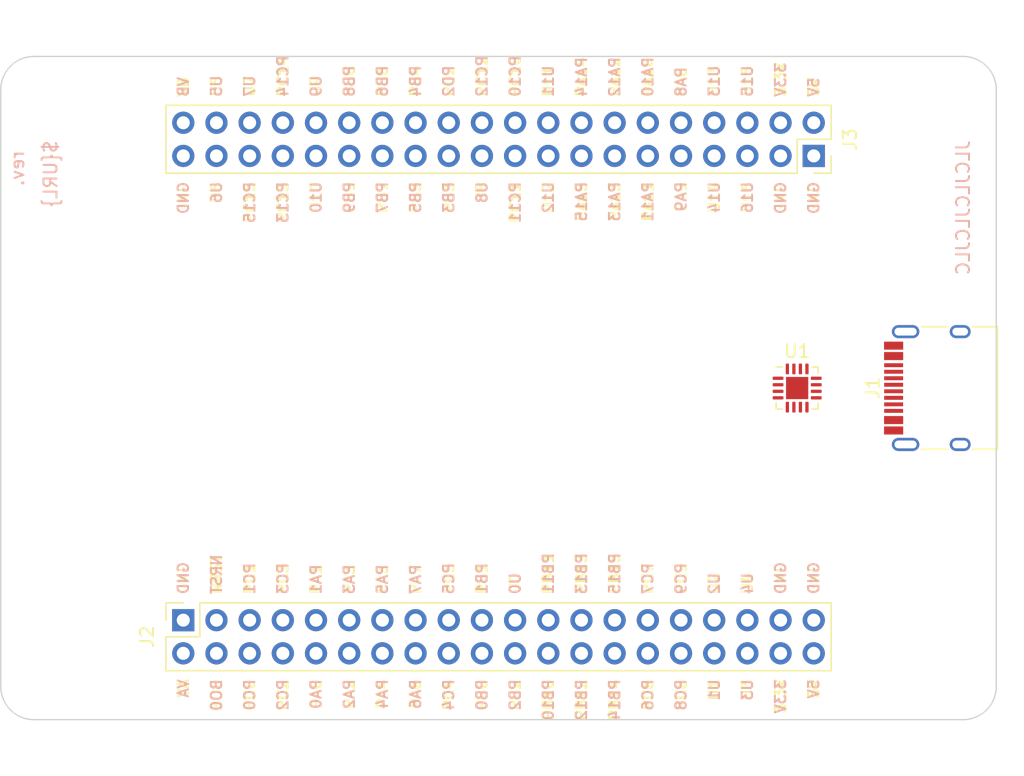
<source format=kicad_pcb>
(kicad_pcb (version 20211014) (generator pcbnew)
  (layers (0 "F.Cu" signal) (31 "B.Cu" signal) (34 "B.Paste" user) (35 "F.Paste" user) (36 "B.SilkS" user "B.Silkscreen") (37 "F.SilkS" user "F.Silkscreen") (38 "B.Mask" user) (39 "F.Mask" user) (44 "Edge.Cuts" user))
  (net 0 "")
  (net 10 "Net-(J1-PadA1)")
  (net 11 "Net-(J1-PadA4)")
  (footprint "stm32world:USB_C_Receptacle_HRO_TYPE-C-31-M-12" (layer "F.Cu") (at 183.515 96.52 90)
    (fp_text reference "J1" (at 0 -5.645 90) (layer "F.SilkS"))
    (fp_text value "USB_C_Receptacle_USB2.0")
    (fp_line (start 4.7 -1.9) (end 4.7 0.1) (layer "F.SilkS") (width 0.12))
    (fp_line (start -4.7 2) (end -4.7 3.9) (layer "F.SilkS") (width 0.12))
    (fp_line (start -4.7 3.9) (end 4.7 3.9) (layer "F.SilkS") (width 0.12))
    (fp_line (start 4.7 2) (end 4.7 3.9) (layer "F.SilkS") (width 0.12))
    (fp_line (start -4.7 -1.9) (end -4.7 0.1) (layer "F.SilkS") (width 0.12))
    (pad "" np_thru_hole circle locked (at -2.89 -2.6 90) (size 0.65 0.65) (drill 0.65) (layers *.Cu *.Mask))
    (pad "" np_thru_hole circle locked (at 2.89 -2.6 90) (size 0.65 0.65) (drill 0.65) (layers *.Cu *.Mask))
    (pad "A1" smd rect locked (at -3.25 -4.045 90) (size 0.6 1.45) (layers "F.Cu" "F.Paste" "F.Mask") (net 10 "Net-(J1-PadA1)"))
    (pad "A4" smd rect locked (at -2.45 -4.045 90) (size 0.6 1.45) (layers "F.Cu" "F.Paste" "F.Mask") (net 11 "Net-(J1-PadA4)"))
    (pad "A5" smd rect locked (at -1.25 -4.045 90) (size 0.3 1.45) (layers "F.Cu" "F.Paste" "F.Mask"))
    (pad "A6" smd rect locked (at -0.25 -4.045 90) (size 0.3 1.45) (layers "F.Cu" "F.Paste" "F.Mask"))
    (pad "A7" smd rect locked (at 0.25 -4.045 90) (size 0.3 1.45) (layers "F.Cu" "F.Paste" "F.Mask"))
    (pad "A8" smd rect locked (at 1.25 -4.045 90) (size 0.3 1.45) (layers "F.Cu" "F.Paste" "F.Mask"))
    (pad "A9" smd rect locked (at 2.45 -4.045 90) (size 0.6 1.45) (layers "F.Cu" "F.Paste" "F.Mask") (net 11 "Net-(J1-PadA4)"))
    (pad "A12" smd rect locked (at 3.25 -4.045 90) (size 0.6 1.45) (layers "F.Cu" "F.Paste" "F.Mask") (net 10 "Net-(J1-PadA1)"))
    (pad "B1" smd rect locked (at 3.25 -4.045 90) (size 0.6 1.45) (layers "F.Cu" "F.Paste" "F.Mask") (net 10 "Net-(J1-PadA1)"))
    (pad "B4" smd rect locked (at 2.45 -4.045 90) (size 0.6 1.45) (layers "F.Cu" "F.Paste" "F.Mask") (net 11 "Net-(J1-PadA4)"))
    (pad "B5" smd rect locked (at 1.75 -4.045 90) (size 0.3 1.45) (layers "F.Cu" "F.Paste" "F.Mask"))
    (pad "B6" smd rect locked (at 0.75 -4.045 90) (size 0.3 1.45) (layers "F.Cu" "F.Paste" "F.Mask"))
    (pad "B7" smd rect locked (at -0.75 -4.045 90) (size 0.3 1.45) (layers "F.Cu" "F.Paste" "F.Mask"))
    (pad "B8" smd rect locked (at -1.75 -4.045 90) (size 0.3 1.45) (layers "F.Cu" "F.Paste" "F.Mask"))
    (pad "B9" smd rect locked (at -2.45 -4.045 90) (size 0.6 1.45) (layers "F.Cu" "F.Paste" "F.Mask") (net 11 "Net-(J1-PadA4)"))
    (pad "B12" smd rect locked (at -3.25 -4.045 90) (size 0.6 1.45) (layers "F.Cu" "F.Paste" "F.Mask") (net 10 "Net-(J1-PadA1)"))
    (pad "S1" thru_hole oval locked (at 4.32 1.05 90) (size 1 1.6) (drill oval 0.6 1.2) (layers *.Cu *.Mask))
    (pad "S1" thru_hole oval locked (at -4.32 -3.13 90) (size 1 2.1) (drill oval 0.6 1.7) (layers *.Cu *.Mask))
    (pad "S1" thru_hole oval locked (at -4.32 1.05 90) (size 1 1.6) (drill oval 0.6 1.2) (layers *.Cu *.Mask))
    (pad "S1" thru_hole oval locked (at 4.32 -3.13 90) (size 1 2.1) (drill oval 0.6 1.7) (layers *.Cu *.Mask))
  )
  (footprint "stm32world:PinSocket_2x20_P2.54mm_Vertical_Stackable" (layer "F.Cu") (at 125.095 114.3 90)
    (fp_text reference "J2" (at -1.27 -2.77 90) (layer "F.SilkS"))
    (fp_text value "STM32WORLD_CONNECTOR_1")
    (fp_line (start -1.27 -1.33) (end -1.27 1.27) (layer "F.SilkS") (width 0.12))
    (fp_line (start -3.87 -1.33) (end -1.27 -1.33) (layer "F.SilkS") (width 0.12))
    (fp_line (start -3.87 49.59) (end 1.33 49.59) (layer "F.SilkS") (width 0.12))
    (fp_line (start -1.27 1.27) (end 1.33 1.27) (layer "F.SilkS") (width 0.12))
    (fp_line (start 1.33 1.27) (end 1.33 49.59) (layer "F.SilkS") (width 0.12))
    (fp_line (start -3.87 -1.33) (end -3.87 49.59) (layer "F.SilkS") (width 0.12))
    (fp_line (start 1.33 -1.33) (end 1.33 0) (layer "F.SilkS") (width 0.12))
    (fp_line (start 0 -1.33) (end 1.33 -1.33) (layer "F.SilkS") (width 0.12))
    (pad "1" thru_hole rect (at 0 0 90) (size 1.7 1.7) (drill 1) (layers *.Cu *.Mask))
    (pad "2" thru_hole oval (at -2.54 0 90) (size 1.7 1.7) (drill 1) (layers *.Cu *.Mask))
    (pad "3" thru_hole oval (at 0 2.54 90) (size 1.7 1.7) (drill 1) (layers *.Cu *.Mask))
    (pad "4" thru_hole oval (at -2.54 2.54 90) (size 1.7 1.7) (drill 1) (layers *.Cu *.Mask))
    (pad "5" thru_hole oval (at 0 5.08 90) (size 1.7 1.7) (drill 1) (layers *.Cu *.Mask))
    (pad "6" thru_hole oval (at -2.54 5.08 90) (size 1.7 1.7) (drill 1) (layers *.Cu *.Mask))
    (pad "7" thru_hole oval (at 0 7.62 90) (size 1.7 1.7) (drill 1) (layers *.Cu *.Mask))
    (pad "8" thru_hole oval (at -2.54 7.62 90) (size 1.7 1.7) (drill 1) (layers *.Cu *.Mask))
    (pad "9" thru_hole oval (at 0 10.16 90) (size 1.7 1.7) (drill 1) (layers *.Cu *.Mask))
    (pad "10" thru_hole oval (at -2.54 10.16 90) (size 1.7 1.7) (drill 1) (layers *.Cu *.Mask))
    (pad "11" thru_hole oval (at 0 12.7 90) (size 1.7 1.7) (drill 1) (layers *.Cu *.Mask))
    (pad "12" thru_hole oval (at -2.54 12.7 90) (size 1.7 1.7) (drill 1) (layers *.Cu *.Mask))
    (pad "13" thru_hole oval (at 0 15.24 90) (size 1.7 1.7) (drill 1) (layers *.Cu *.Mask))
    (pad "14" thru_hole oval (at -2.54 15.24 90) (size 1.7 1.7) (drill 1) (layers *.Cu *.Mask))
    (pad "15" thru_hole oval (at 0 17.78 90) (size 1.7 1.7) (drill 1) (layers *.Cu *.Mask))
    (pad "16" thru_hole oval (at -2.54 17.78 90) (size 1.7 1.7) (drill 1) (layers *.Cu *.Mask))
    (pad "17" thru_hole oval (at 0 20.32 90) (size 1.7 1.7) (drill 1) (layers *.Cu *.Mask))
    (pad "18" thru_hole oval (at -2.54 20.32 90) (size 1.7 1.7) (drill 1) (layers *.Cu *.Mask))
    (pad "19" thru_hole oval (at 0 22.86 90) (size 1.7 1.7) (drill 1) (layers *.Cu *.Mask))
    (pad "20" thru_hole oval (at -2.54 22.86 90) (size 1.7 1.7) (drill 1) (layers *.Cu *.Mask))
    (pad "21" thru_hole oval (at 0 25.4 90) (size 1.7 1.7) (drill 1) (layers *.Cu *.Mask))
    (pad "22" thru_hole oval (at -2.54 25.4 90) (size 1.7 1.7) (drill 1) (layers *.Cu *.Mask))
    (pad "23" thru_hole oval (at 0 27.94 90) (size 1.7 1.7) (drill 1) (layers *.Cu *.Mask))
    (pad "24" thru_hole oval (at -2.54 27.94 90) (size 1.7 1.7) (drill 1) (layers *.Cu *.Mask))
    (pad "25" thru_hole oval (at 0 30.48 90) (size 1.7 1.7) (drill 1) (layers *.Cu *.Mask))
    (pad "26" thru_hole oval (at -2.54 30.48 90) (size 1.7 1.7) (drill 1) (layers *.Cu *.Mask))
    (pad "27" thru_hole oval (at 0 33.02 90) (size 1.7 1.7) (drill 1) (layers *.Cu *.Mask))
    (pad "28" thru_hole oval (at -2.54 33.02 90) (size 1.7 1.7) (drill 1) (layers *.Cu *.Mask))
    (pad "29" thru_hole oval (at 0 35.56 90) (size 1.7 1.7) (drill 1) (layers *.Cu *.Mask))
    (pad "30" thru_hole oval (at -2.54 35.56 90) (size 1.7 1.7) (drill 1) (layers *.Cu *.Mask))
    (pad "31" thru_hole oval (at 0 38.1 90) (size 1.7 1.7) (drill 1) (layers *.Cu *.Mask))
    (pad "32" thru_hole oval (at -2.54 38.1 90) (size 1.7 1.7) (drill 1) (layers *.Cu *.Mask))
    (pad "33" thru_hole oval (at 0 40.64 90) (size 1.7 1.7) (drill 1) (layers *.Cu *.Mask))
    (pad "34" thru_hole oval (at -2.54 40.64 90) (size 1.7 1.7) (drill 1) (layers *.Cu *.Mask))
    (pad "35" thru_hole oval (at 0 43.18 90) (size 1.7 1.7) (drill 1) (layers *.Cu *.Mask))
    (pad "36" thru_hole oval (at -2.54 43.18 90) (size 1.7 1.7) (drill 1) (layers *.Cu *.Mask))
    (pad "37" thru_hole oval (at 0 45.72 90) (size 1.7 1.7) (drill 1) (layers *.Cu *.Mask))
    (pad "38" thru_hole oval (at -2.54 45.72 90) (size 1.7 1.7) (drill 1) (layers *.Cu *.Mask))
    (pad "39" thru_hole oval (at 0 48.26 90) (size 1.7 1.7) (drill 1) (layers *.Cu *.Mask))
    (pad "40" thru_hole oval (at -2.54 48.26 90) (size 1.7 1.7) (drill 1) (layers *.Cu *.Mask))
  )
  (footprint "stm32world:PinSocket_2x20_P2.54mm_Vertical_Stackable" (layer "F.Cu") (at 173.355 78.74 -90)
    (fp_text reference "J3" (at -1.27 -2.77 90) (layer "F.SilkS"))
    (fp_text value "STM32WORLD_CONNECTOR_2")
    (fp_line (start -1.27 1.27) (end 1.33 1.27) (layer "F.SilkS") (width 0.12))
    (fp_line (start -1.27 -1.33) (end -1.27 1.27) (layer "F.SilkS") (width 0.12))
    (fp_line (start 1.33 -1.33) (end 1.33 0) (layer "F.SilkS") (width 0.12))
    (fp_line (start 1.33 1.27) (end 1.33 49.59) (layer "F.SilkS") (width 0.12))
    (fp_line (start 0 -1.33) (end 1.33 -1.33) (layer "F.SilkS") (width 0.12))
    (fp_line (start -3.87 -1.33) (end -3.87 49.59) (layer "F.SilkS") (width 0.12))
    (fp_line (start -3.87 -1.33) (end -1.27 -1.33) (layer "F.SilkS") (width 0.12))
    (fp_line (start -3.87 49.59) (end 1.33 49.59) (layer "F.SilkS") (width 0.12))
    (pad "1" thru_hole rect (at 0 0 270) (size 1.7 1.7) (drill 1) (layers *.Cu *.Mask))
    (pad "2" thru_hole oval (at -2.54 0 270) (size 1.7 1.7) (drill 1) (layers *.Cu *.Mask))
    (pad "3" thru_hole oval (at 0 2.54 270) (size 1.7 1.7) (drill 1) (layers *.Cu *.Mask))
    (pad "4" thru_hole oval (at -2.54 2.54 270) (size 1.7 1.7) (drill 1) (layers *.Cu *.Mask))
    (pad "5" thru_hole oval (at 0 5.08 270) (size 1.7 1.7) (drill 1) (layers *.Cu *.Mask))
    (pad "6" thru_hole oval (at -2.54 5.08 270) (size 1.7 1.7) (drill 1) (layers *.Cu *.Mask))
    (pad "7" thru_hole oval (at 0 7.62 270) (size 1.7 1.7) (drill 1) (layers *.Cu *.Mask))
    (pad "8" thru_hole oval (at -2.54 7.62 270) (size 1.7 1.7) (drill 1) (layers *.Cu *.Mask))
    (pad "9" thru_hole oval (at 0 10.16 270) (size 1.7 1.7) (drill 1) (layers *.Cu *.Mask))
    (pad "10" thru_hole oval (at -2.54 10.16 270) (size 1.7 1.7) (drill 1) (layers *.Cu *.Mask))
    (pad "11" thru_hole oval (at 0 12.7 270) (size 1.7 1.7) (drill 1) (layers *.Cu *.Mask))
    (pad "12" thru_hole oval (at -2.54 12.7 270) (size 1.7 1.7) (drill 1) (layers *.Cu *.Mask))
    (pad "13" thru_hole oval (at 0 15.24 270) (size 1.7 1.7) (drill 1) (layers *.Cu *.Mask))
    (pad "14" thru_hole oval (at -2.54 15.24 270) (size 1.7 1.7) (drill 1) (layers *.Cu *.Mask))
    (pad "15" thru_hole oval (at 0 17.78 270) (size 1.7 1.7) (drill 1) (layers *.Cu *.Mask))
    (pad "16" thru_hole oval (at -2.54 17.78 270) (size 1.7 1.7) (drill 1) (layers *.Cu *.Mask))
    (pad "17" thru_hole oval (at 0 20.32 270) (size 1.7 1.7) (drill 1) (layers *.Cu *.Mask))
    (pad "18" thru_hole oval (at -2.54 20.32 270) (size 1.7 1.7) (drill 1) (layers *.Cu *.Mask))
    (pad "19" thru_hole oval (at 0 22.86 270) (size 1.7 1.7) (drill 1) (layers *.Cu *.Mask))
    (pad "20" thru_hole oval (at -2.54 22.86 270) (size 1.7 1.7) (drill 1) (layers *.Cu *.Mask))
    (pad "21" thru_hole oval (at 0 25.4 270) (size 1.7 1.7) (drill 1) (layers *.Cu *.Mask))
    (pad "22" thru_hole oval (at -2.54 25.4 270) (size 1.7 1.7) (drill 1) (layers *.Cu *.Mask))
    (pad "23" thru_hole oval (at 0 27.94 270) (size 1.7 1.7) (drill 1) (layers *.Cu *.Mask))
    (pad "24" thru_hole oval (at -2.54 27.94 270) (size 1.7 1.7) (drill 1) (layers *.Cu *.Mask))
    (pad "25" thru_hole oval (at 0 30.48 270) (size 1.7 1.7) (drill 1) (layers *.Cu *.Mask))
    (pad "26" thru_hole oval (at -2.54 30.48 270) (size 1.7 1.7) (drill 1) (layers *.Cu *.Mask))
    (pad "27" thru_hole oval (at 0 33.02 270) (size 1.7 1.7) (drill 1) (layers *.Cu *.Mask))
    (pad "28" thru_hole oval (at -2.54 33.02 270) (size 1.7 1.7) (drill 1) (layers *.Cu *.Mask))
    (pad "29" thru_hole oval (at 0 35.56 270) (size 1.7 1.7) (drill 1) (layers *.Cu *.Mask))
    (pad "30" thru_hole oval (at -2.54 35.56 270) (size 1.7 1.7) (drill 1) (layers *.Cu *.Mask))
    (pad "31" thru_hole oval (at 0 38.1 270) (size 1.7 1.7) (drill 1) (layers *.Cu *.Mask))
    (pad "32" thru_hole oval (at -2.54 38.1 270) (size 1.7 1.7) (drill 1) (layers *.Cu *.Mask))
    (pad "33" thru_hole oval (at 0 40.64 270) (size 1.7 1.7) (drill 1) (layers *.Cu *.Mask))
    (pad "34" thru_hole oval (at -2.54 40.64 270) (size 1.7 1.7) (drill 1) (layers *.Cu *.Mask))
    (pad "35" thru_hole oval (at 0 43.18 270) (size 1.7 1.7) (drill 1) (layers *.Cu *.Mask))
    (pad "36" thru_hole oval (at -2.54 43.18 270) (size 1.7 1.7) (drill 1) (layers *.Cu *.Mask))
    (pad "37" thru_hole oval (at 0 45.72 270) (size 1.7 1.7) (drill 1) (layers *.Cu *.Mask))
    (pad "38" thru_hole oval (at -2.54 45.72 270) (size 1.7 1.7) (drill 1) (layers *.Cu *.Mask))
    (pad "39" thru_hole oval (at 0 48.26 270) (size 1.7 1.7) (drill 1) (layers *.Cu *.Mask))
    (pad "40" thru_hole oval (at -2.54 48.26 270) (size 1.7 1.7) (drill 1) (layers *.Cu *.Mask))
  )
  (footprint "stm32world:STM32WORLD_BOARD" (layer "F.Cu") (at 149.225 96.52)
    (fp_text reference "J4" hide)
    (fp_text value "STM32WORLD_BOARD")
    (fp_text user "PA10" (at 11.43 -22.225 90) (layer "B.SilkS") (effects (font (size 0.8 0.8)) (justify right mirror)))
    (fp_text user "${URL}" (at -34.29 -19.05 90 unlocked) (layer "B.SilkS") (effects (justify left mirror)))
    (fp_text user "U2" (at 16.51 15.875 90) (layer "B.SilkS") (effects (font (size 0.8 0.8)) (justify right mirror)))
    (fp_text user "U3" (at 19.05 22.225 90) (layer "B.SilkS") (effects (font (size 0.8 0.8)) (justify left mirror)))
    (fp_text user "PB4" (at -6.35 -22.225 90) (layer "B.SilkS") (effects (font (size 0.8 0.8)) (justify right mirror)))
    (fp_text user "PA2" (at -11.43 22.225 90) (layer "B.SilkS") (effects (font (size 0.8 0.8)) (justify left mirror)))
    (fp_text user "U14" (at 16.51 -15.875 90) (layer "B.SilkS") (effects (font (size 0.8 0.8)) (justify left mirror)))
    (fp_text user "PC0" (at -19.05 22.225 90) (layer "B.SilkS") (effects (font (size 0.8 0.8)) (justify left mirror)))
    (fp_text user "PA1" (at -13.97 15.875 90) (layer "B.SilkS") (effects (font (size 0.8 0.8)) (justify right mirror)))
    (fp_text user "PC1" (at -19.05 15.875 90) (layer "B.SilkS") (effects (font (size 0.8 0.8)) (justify right mirror)))
    (fp_text user "JLCJLCJLCJLC" (at 35.56 -19.05 90 unlocked) (layer "B.SilkS") (effects (justify left mirror)))
    (fp_text user "PB2" (at 1.27 22.225 90) (layer "B.SilkS") (effects (font (size 0.8 0.8)) (justify left mirror)))
    (fp_text user "U1" (at 16.51 22.225 90) (layer "B.SilkS") (effects (font (size 0.8 0.8)) (justify left mirror)))
    (fp_text user "PA9" (at 13.97 -15.875 90) (layer "B.SilkS") (effects (font (size 0.8 0.8)) (justify left mirror)))
    (fp_text user "PA3" (at -11.43 15.875 90) (layer "B.SilkS") (effects (font (size 0.8 0.8)) (justify right mirror)))
    (fp_text user "U12" (at 3.81 -15.875 90) (layer "B.SilkS") (effects (font (size 0.8 0.8)) (justify left mirror)))
    (fp_text user "PB5" (at -6.35 -15.875 90) (layer "B.SilkS") (effects (font (size 0.8 0.8)) (justify left mirror)))
    (fp_text user "PA7" (at -6.35 15.875 90) (layer "B.SilkS") (effects (font (size 0.8 0.8)) (justify right mirror)))
    (fp_text user "U7" (at -19.05 -22.225 90) (layer "B.SilkS") (effects (font (size 0.8 0.8)) (justify right mirror)))
    (fp_text user "PC9" (at 13.97 15.875 90) (layer "B.SilkS") (effects (font (size 0.8 0.8)) (justify right mirror)))
    (fp_text user "PC5" (at -3.81 15.875 90) (layer "B.SilkS") (effects (font (size 0.8 0.8)) (justify right mirror)))
    (fp_text user "U9" (at -13.97 -22.225 90) (layer "B.SilkS") (effects (font (size 0.8 0.8)) (justify right mirror)))
    (fp_text user "PB12" (at 6.35 22.225 90) (layer "B.SilkS") (effects (font (size 0.8 0.8)) (justify left mirror)))
    (fp_text user "PA8" (at 13.97 -22.225 90) (layer "B.SilkS") (effects (font (size 0.8 0.8)) (justify right mirror)))
    (fp_text user "3.3V" (at 21.59 22.225 90) (layer "B.SilkS") (effects (font (size 0.8 0.8)) (justify left mirror)))
    (fp_text user "${TITLE} rev. ${REVISION}" (at -36.83 -19.05 90 unlocked) (layer "B.SilkS") (effects (justify left mirror)))
    (fp_text user "PA5" (at -8.89 15.875 90) (layer "B.SilkS") (effects (font (size 0.8 0.8)) (justify right mirror)))
    (fp_text user "PC3" (at -16.51 15.875 90) (layer "B.SilkS") (effects (font (size 0.8 0.8)) (justify right mirror)))
    (fp_text user "PC12" (at -1.27 -22.225 90) (layer "B.SilkS") (effects (font (size 0.8 0.8)) (justify right mirror)))
    (fp_text user "U4" (at 19.05 15.875 90) (layer "B.SilkS") (effects (font (size 0.8 0.8)) (justify right mirror)))
    (fp_text user "PB11" (at 3.81 15.875 90) (layer "B.SilkS") (effects (font (size 0.8 0.8)) (justify right mirror)))
    (fp_text user "U8" (at -1.27 -15.875 90) (layer "B.SilkS") (effects (font (size 0.8 0.8)) (justify left mirror)))
    (fp_text user "U13" (at 16.51 -22.225 90) (layer "B.SilkS") (effects (font (size 0.8 0.8)) (justify right mirror)))
    (fp_text user "PA15" (at 6.35 -15.875 90) (layer "B.SilkS") (effects (font (size 0.8 0.8)) (justify left mirror)))
    (fp_text user "U15" (at 19.05 -22.225 90) (layer "B.SilkS") (effects (font (size 0.8 0.8)) (justify right mirror)))
    (fp_text user "GND" (at 24.13 -15.875 90) (layer "B.SilkS") (effects (font (size 0.8 0.8)) (justify left mirror)))
    (fp_text user "5V" (at 24.13 22.225 90) (layer "B.SilkS") (effects (font (size 0.8 0.8)) (justify left mirror)))
    (fp_text user "PC13" (at -16.51 -15.875 90) (layer "B.SilkS") (effects (font (size 0.8 0.8)) (justify left mirror)))
    (fp_text user "GND" (at 21.59 15.875 90) (layer "B.SilkS") (effects (font (size 0.8 0.8)) (justify right mirror)))
    (fp_text user "PC4" (at -3.81 22.225 90) (layer "B.SilkS") (effects (font (size 0.8 0.8)) (justify left mirror)))
    (fp_text user "BO0" (at -21.59 22.225 90) (layer "B.SilkS") (effects (font (size 0.8 0.8)) (justify left mirror)))
    (fp_text user "PB15" (at 8.89 15.875 90) (layer "B.SilkS") (effects (font (size 0.8 0.8)) (justify right mirror)))
    (fp_text user "PC15" (at -19.05 -15.875 90) (layer "B.SilkS") (effects (font (size 0.8 0.8)) (justify left mirror)))
    (fp_text user "PB13" (at 6.35 15.875 90) (layer "B.SilkS") (effects (font (size 0.8 0.8)) (justify right mirror)))
    (fp_text user "U5" (at -21.59 -22.225 90) (layer "B.SilkS") (effects (font (size 0.8 0.8)) (justify right mirror)))
    (fp_text user "VA" (at -24.13 22.225 90) (layer "B.SilkS") (effects (font (size 0.8 0.8)) (justify left mirror)))
    (fp_text user "PA4" (at -8.89 22.225 90) (layer "B.SilkS") (effects (font (size 0.8 0.8)) (justify left mirror)))
    (fp_text user "U0" (at 1.27 15.875 90) (layer "B.SilkS") (effects (font (size 0.8 0.8)) (justify right mirror)))
    (fp_text user "GND" (at -24.13 15.875 90) (layer "B.SilkS") (effects (font (size 0.8 0.8)) (justify right mirror)))
    (fp_text user "PC10" (at 1.27 -22.225 90) (layer "B.SilkS") (effects (font (size 0.8 0.8)) (justify right mirror)))
    (fp_text user "PC11" (at 1.27 -15.875 90) (layer "B.SilkS") (effects (font (size 0.8 0.8)) (justify left mirror)))
    (fp_text user "PA13" (at 8.89 -15.875 90) (layer "B.SilkS") (effects (font (size 0.8 0.8)) (justify left mirror)))
    (fp_text user "PB0" (at -1.27 22.225 90) (layer "B.SilkS") (effects (font (size 0.8 0.8)) (justify left mirror)))
    (fp_text user "3.3V" (at 21.59 -22.225 90) (layer "B.SilkS") (effects (font (size 0.8 0.8)) (justify right mirror)))
    (fp_text user "GND" (at -24.13 -15.875 90) (layer "B.SilkS") (effects (font (size 0.8 0.8)) (justify left mirror)))
    (fp_text user "U6" (at -21.59 -15.875 90) (layer "B.SilkS") (effects (font (size 0.8 0.8)) (justify left mirror)))
    (fp_text user "PB1" (at -1.27 15.875 90) (layer "B.SilkS") (effects (font (size 0.8 0.8)) (justify right mirror)))
    (fp_text user "PA12" (at 8.89 -22.225 90) (layer "B.SilkS") (effects (font (size 0.8 0.8)) (justify right mirror)))
    (fp_text user "5V" (at 24.13 -22.225 90) (layer "B.SilkS") (effects (font (size 0.8 0.8)) (justify right mirror)))
    (fp_text user "PB9" (at -11.43 -15.875 90) (layer "B.SilkS") (effects (font (size 0.8 0.8)) (justify left mirror)))
    (fp_text user "GND" (at 21.59 -15.875 90) (layer "B.SilkS") (effects (font (size 0.8 0.8)) (justify left mirror)))
    (fp_text user "PC7" (at 11.43 15.875 90) (layer "B.SilkS") (effects (font (size 0.8 0.8)) (justify right mirror)))
    (fp_text user "PB10" (at 3.81 22.225 90) (layer "B.SilkS") (effects (font (size 0.8 0.8)) (justify left mirror)))
    (fp_text user "PB14" (at 8.89 22.225 90) (layer "B.SilkS") (effects (font (size 0.8 0.8)) (justify left mirror)))
    (fp_text user "VB" (at -24.13 -22.225 90) (layer "B.SilkS") (effects (font (size 0.8 0.8)) (justify right mirror)))
    (fp_text user "PC6" (at 11.43 22.225 90) (layer "B.SilkS") (effects (font (size 0.8 0.8)) (justify left mirror)))
    (fp_text user "PA11" (at 11.43 -15.875 90) (layer "B.SilkS") (effects (font (size 0.8 0.8)) (justify left mirror)))
    (fp_text user "PD2" (at -3.81 -22.225 90) (layer "B.SilkS") (effects (font (size 0.8 0.8)) (justify right mirror)))
    (fp_text user "PC14" (at -16.51 -22.225 90) (layer "B.SilkS") (effects (font (size 0.8 0.8)) (justify right mirror)))
    (fp_text user "PA14" (at 6.35 -22.225 90) (layer "B.SilkS") (effects (font (size 0.8 0.8)) (justify right mirror)))
    (fp_text user "PB6" (at -8.89 -22.225 90) (layer "B.SilkS") (effects (font (size 0.8 0.8)) (justify right mirror)))
    (fp_text user "GND" (at 24.13 15.875 90) (layer "B.SilkS") (effects (font (size 0.8 0.8)) (justify right mirror)))
    (fp_text user "PC2" (at -16.51 22.225 90) (layer "B.SilkS") (effects (font (size 0.8 0.8)) (justify left mirror)))
    (fp_text user "U16" (at 19.05 -15.875 90) (layer "B.SilkS") (effects (font (size 0.8 0.8)) (justify left mirror)))
    (fp_text user "PA6" (at -6.35 22.225 90) (layer "B.SilkS") (effects (font (size 0.8 0.8)) (justify left mirror)))
    (fp_text user "PC8" (at 13.97 22.225 90) (layer "B.SilkS") (effects (font (size 0.8 0.8)) (justify left mirror)))
    (fp_text user "U11" (at 3.81 -22.225 90) (layer "B.SilkS") (effects (font (size 0.8 0.8)) (justify right mirror)))
    (fp_text user "PB3" (at -3.81 -15.875 90) (layer "B.SilkS") (effects (font (size 0.8 0.8)) (justify left mirror)))
    (fp_text user "U10" (at -13.97 -15.875 90) (layer "B.SilkS") (effects (font (size 0.8 0.8)) (justify left mirror)))
    (fp_text user "PA0" (at -13.97 22.225 90) (layer "B.SilkS") (effects (font (size 0.8 0.8)) (justify left mirror)))
    (fp_text user "PB8" (at -11.43 -22.225 90) (layer "B.SilkS") (effects (font (size 0.8 0.8)) (justify right mirror)))
    (fp_text user "PB7" (at -8.89 -15.875 90) (layer "B.SilkS") (effects (font (size 0.8 0.8)) (justify left mirror)))
    (fp_text user "NRST" (at -21.59 15.875 90) (layer "B.SilkS") (effects (font (size 0.8 0.8)) (justify right mirror)))
    (fp_text user "PA15" (at 6.35 -15.875 90) (layer "F.SilkS") (effects (font (size 0.8 0.8)) (justify right)))
    (fp_text user "PA14" (at 6.35 -22.225 90) (layer "F.SilkS") (effects (font (size 0.8 0.8)) (justify left)))
    (fp_text user "PC5" (at -3.81 15.875 90) (layer "F.SilkS") (effects (font (size 0.8 0.8)) (justify left)))
    (fp_text user "GND" (at 24.13 -15.875 90) (layer "F.SilkS") (effects (font (size 0.8 0.8)) (justify right)))
    (fp_text user "BO0" (at -21.59 22.225 90) (layer "F.SilkS") (effects (font (size 0.8 0.8)) (justify right)))
    (fp_text user "PC10" (at 1.27 -22.225 90) (layer "F.SilkS") (effects (font (size 0.8 0.8)) (justify left)))
    (fp_text user "U11" (at 3.81 -22.225 90) (layer "F.SilkS") (effects (font (size 0.8 0.8)) (justify left)))
    (fp_text user "PC14" (at -16.51 -22.225 90) (layer "F.SilkS") (effects (font (size 0.8 0.8)) (justify left)))
    (fp_text user "PA3" (at -11.43 15.875 90) (layer "F.SilkS") (effects (font (size 0.8 0.8)) (justify left)))
    (fp_text user "5V" (at 24.13 -22.225 90) (layer "F.SilkS") (effects (font (size 0.8 0.8)) (justify left)))
    (fp_text user "GND" (at 24.13 15.875 90) (layer "F.SilkS") (effects (font (size 0.8 0.8)) (justify left)))
    (fp_text user "PA2" (at -11.43 22.225 90) (layer "F.SilkS") (effects (font (size 0.8 0.8)) (justify right)))
    (fp_text user "PC3" (at -16.51 15.875 90) (layer "F.SilkS") (effects (font (size 0.8 0.8)) (justify left)))
    (fp_text user "PC2" (at -16.51 22.225 90) (layer "F.SilkS") (effects (font (size 0.8 0.8)) (justify right)))
    (fp_text user "PB12" (at 6.35 22.225 90) (layer "F.SilkS") (effects (font (size 0.8 0.8)) (justify right)))
    (fp_text user "U0" (at 1.27 15.875 90) (layer "F.SilkS") (effects (font (size 0.8 0.8)) (justify left)))
    (fp_text user "PB6" (at -8.89 -22.225 90) (layer "F.SilkS") (effects (font (size 0.8 0.8)) (justify left)))
    (fp_text user "U14" (at 16.51 -15.875 90) (layer "F.SilkS") (effects (font (size 0.8 0.8)) (justify right)))
    (fp_text user "PA10" (at 11.43 -22.225 90) (layer "F.SilkS") (effects (font (size 0.8 0.8)) (justify left)))
    (fp_text user "PC15" (at -19.05 -15.875 90) (layer "F.SilkS") (effects (font (size 0.8 0.8)) (justify right)))
    (fp_text user "PC9" (at 13.97 15.875 90) (layer "F.SilkS") (effects (font (size 0.8 0.8)) (justify left)))
    (fp_text user "PA0" (at -13.97 22.225 90) (layer "F.SilkS") (effects (font (size 0.8 0.8)) (justify right)))
    (fp_text user "U1" (at 16.51 22.225 90) (layer "F.SilkS") (effects (font (size 0.8 0.8)) (justify right)))
    (fp_text user "PB1" (at -1.27 15.875 90) (layer "F.SilkS") (effects (font (size 0.8 0.8)) (justify left)))
    (fp_text user "U15" (at 19.05 -22.225 90) (layer "F.SilkS") (effects (font (size 0.8 0.8)) (justify left)))
    (fp_text user "PA8" (at 13.97 -22.225 90) (layer "F.SilkS") (effects (font (size 0.8 0.8)) (justify left)))
    (fp_text user "U2" (at 16.51 15.875 90) (layer "F.SilkS") (effects (font (size 0.8 0.8)) (justify left)))
    (fp_text user "PC1" (at -19.05 15.875 90) (layer "F.SilkS") (effects (font (size 0.8 0.8)) (justify left)))
    (fp_text user "PC7" (at 11.43 15.875 90) (layer "F.SilkS") (effects (font (size 0.8 0.8)) (justify left)))
    (fp_text user "PA9" (at 13.97 -15.875 90) (layer "F.SilkS") (effects (font (size 0.8 0.8)) (justify right)))
    (fp_text user "U16" (at 19.05 -15.875 90) (layer "F.SilkS") (effects (font (size 0.8 0.8)) (justify right)))
    (fp_text user "PB4" (at -6.35 -22.225 90) (layer "F.SilkS") (effects (font (size 0.8 0.8)) (justify left)))
    (fp_text user "PB11" (at 3.81 15.875 90) (layer "F.SilkS") (effects (font (size 0.8 0.8)) (justify left)))
    (fp_text user "PA4" (at -8.89 22.225 90) (layer "F.SilkS") (effects (font (size 0.8 0.8)) (justify right)))
    (fp_text user "PC8" (at 13.97 22.225 90) (layer "F.SilkS") (effects (font (size 0.8 0.8)) (justify right)))
    (fp_text user "PA6" (at -6.35 22.225 90) (layer "F.SilkS") (effects (font (size 0.8 0.8)) (justify right)))
    (fp_text user "U6" (at -21.59 -15.875 90) (layer "F.SilkS") (effects (font (size 0.8 0.8)) (justify right)))
    (fp_text user "PC6" (at 11.43 22.225 90) (layer "F.SilkS") (effects (font (size 0.8 0.8)) (justify right)))
    (fp_text user "3.3V" (at 21.59 22.225 90) (layer "F.SilkS") (effects (font (size 0.8 0.8)) (justify right)))
    (fp_text user "PC13" (at -16.51 -15.875 90) (layer "F.SilkS") (effects (font (size 0.8 0.8)) (justify right)))
    (fp_text user "VA" (at -24.13 22.225 90) (layer "F.SilkS") (effects (font (size 0.8 0.8)) (justify right)))
    (fp_text user "PD2" (at -3.81 -22.225 90) (layer "F.SilkS") (effects (font (size 0.8 0.8)) (justify left)))
    (fp_text user "PC11" (at 1.27 -15.875 90) (layer "F.SilkS") (effects (font (size 0.8 0.8)) (justify right)))
    (fp_text user "PB7" (at -8.89 -15.875 90) (layer "F.SilkS") (effects (font (size 0.8 0.8)) (justify right)))
    (fp_text user "VB" (at -24.13 -22.225 90) (layer "F.SilkS") (effects (font (size 0.8 0.8)) (justify left)))
    (fp_text user "PB9" (at -11.43 -15.875 90) (layer "F.SilkS") (effects (font (size 0.8 0.8)) (justify right)))
    (fp_text user "GND" (at 21.59 -15.875 90) (layer "F.SilkS") (effects (font (size 0.8 0.8)) (justify right)))
    (fp_text user "PB2" (at 1.27 22.225 90) (layer "F.SilkS") (effects (font (size 0.8 0.8)) (justify right)))
    (fp_text user "U13" (at 16.51 -22.225 90) (layer "F.SilkS") (effects (font (size 0.8 0.8)) (justify left)))
    (fp_text user "PC0" (at -19.05 22.225 90) (layer "F.SilkS") (effects (font (size 0.8 0.8)) (justify right)))
    (fp_text user "PB5" (at -6.35 -15.875 90) (layer "F.SilkS") (effects (font (size 0.8 0.8)) (justify right)))
    (fp_text user "U9" (at -13.97 -22.225 90) (layer "F.SilkS") (effects (font (size 0.8 0.8)) (justify left)))
    (fp_text user "PB15" (at 8.89 15.875 90) (layer "F.SilkS") (effects (font (size 0.8 0.8)) (justify left)))
    (fp_text user "U12" (at 3.81 -15.875 90) (layer "F.SilkS") (effects (font (size 0.8 0.8)) (justify right)))
    (fp_text user "PC12" (at -1.27 -22.225 90) (layer "F.SilkS") (effects (font (size 0.8 0.8)) (justify left)))
    (fp_text user "GND" (at -24.13 -15.875 90) (layer "F.SilkS") (effects (font (size 0.8 0.8)) (justify right)))
    (fp_text user "U7" (at -19.05 -22.225 90) (layer "F.SilkS") (effects (font (size 0.8 0.8)) (justify left)))
    (fp_text user "U3" (at 19.05 22.225 90) (layer "F.SilkS") (effects (font (size 0.8 0.8)) (justify right)))
    (fp_text user "PB10" (at 3.81 22.225 90) (layer "F.SilkS") (effects (font (size 0.8 0.8)) (justify right)))
    (fp_text user "NRST" (at -21.59 15.875 90) (layer "F.SilkS") (effects (font (size 0.8 0.8)) (justify left)))
    (fp_text user "GND" (at -24.13 15.875 90) (layer "F.SilkS") (effects (font (size 0.8 0.8)) (justify left)))
    (fp_text user "PA11" (at 11.43 -15.875 90) (layer "F.SilkS") (effects (font (size 0.8 0.8)) (justify right)))
    (fp_text user "5V" (at 24.13 22.225 90) (layer "F.SilkS") (effects (font (size 0.8 0.8)) (justify right)))
    (fp_text user "PB0" (at -1.27 22.225 90) (layer "F.SilkS") (effects (font (size 0.8 0.8)) (justify right)))
    (fp_text user "3.3V" (at 21.59 -22.225 90) (layer "F.SilkS") (effects (font (size 0.8 0.8)) (justify left)))
    (fp_text user "U5" (at -21.59 -22.225 90) (layer "F.SilkS") (effects (font (size 0.8 0.8)) (justify left)))
    (fp_text user "PC4" (at -3.81 22.225 90) (layer "F.SilkS") (effects (font (size 0.8 0.8)) (justify right)))
    (fp_text user "PB8" (at -11.43 -22.225 90) (layer "F.SilkS") (effects (font (size 0.8 0.8)) (justify left)))
    (fp_text user "U4" (at 19.05 15.875 90) (layer "F.SilkS") (effects (font (size 0.8 0.8)) (justify left)))
    (fp_text user "U10" (at -13.97 -15.875 90) (layer "F.SilkS") (effects (font (size 0.8 0.8)) (justify right)))
    (fp_text user "PA7" (at -6.35 15.875 90) (layer "F.SilkS") (effects (font (size 0.8 0.8)) (justify left)))
    (fp_text user "PB3" (at -3.81 -15.875 90) (layer "F.SilkS") (effects (font (size 0.8 0.8)) (justify right)))
    (fp_text user "PA5" (at -8.89 15.875 90) (layer "F.SilkS") (effects (font (size 0.8 0.8)) (justify left)))
    (fp_text user "PA12" (at 8.89 -22.225 90) (layer "F.SilkS") (effects (font (size 0.8 0.8)) (justify left)))
    (fp_text user "GND" (at 21.59 15.875 90) (layer "F.SilkS") (effects (font (size 0.8 0.8)) (justify left)))
    (fp_text user "PB14" (at 8.89 22.225 90) (layer "F.SilkS") (effects (font (size 0.8 0.8)) (justify right)))
    (fp_text user "PA1" (at -13.97 15.875 90) (layer "F.SilkS") (effects (font (size 0.8 0.8)) (justify left)))
    (fp_text user "PB13" (at 6.35 15.875 90) (layer "F.SilkS") (effects (font (size 0.8 0.8)) (justify left)))
    (fp_text user "U8" (at -1.27 -15.875 90) (layer "F.SilkS") (effects (font (size 0.8 0.8)) (justify right)))
    (fp_text user "PA13" (at 8.89 -15.875 90) (layer "F.SilkS") (effects (font (size 0.8 0.8)) (justify right)))
    (pad "" np_thru_hole circle (at -34.29 21.59) (size 3.2 3.2) (drill 3.2) (layers F&B.Cu *.Mask))
    (pad "" np_thru_hole circle (at 34.29 21.59) (size 3.2 3.2) (drill 3.2) (layers F&B.Cu *.Mask))
    (pad "" np_thru_hole circle (at -34.29 -21.59) (size 3.2 3.2) (drill 3.2) (layers F&B.Cu *.Mask))
    (pad "" np_thru_hole circle (at 34.29 -21.59) (size 3.2 3.2) (drill 3.2) (layers F&B.Cu *.Mask))
  )
  (footprint "Package_DFN_QFN:QFN-16-1EP_3x3mm_P0.5mm_EP1.7x1.7mm" (layer "F.Cu") (at 172.085 96.52)
    (fp_text reference "U1" (at 0 -2.82) (layer "F.SilkS"))
    (fp_text value "BQ24073RGTR")
    (fp_line (start -1.135 1.61) (end -1.61 1.61) (layer "F.SilkS") (width 0.12))
    (fp_line (start 1.61 -1.61) (end 1.61 -1.135) (layer "F.SilkS") (width 0.12))
    (fp_line (start 1.135 1.61) (end 1.61 1.61) (layer "F.SilkS") (width 0.12))
    (fp_line (start -1.135 -1.61) (end -1.61 -1.61) (layer "F.SilkS") (width 0.12))
    (fp_line (start 1.135 -1.61) (end 1.61 -1.61) (layer "F.SilkS") (width 0.12))
    (fp_line (start -1.61 1.61) (end -1.61 1.135) (layer "F.SilkS") (width 0.12))
    (fp_line (start 1.61 1.61) (end 1.61 1.135) (layer "F.SilkS") (width 0.12))
    (pad "1" smd roundrect (at -1.4625 -0.75) (size 0.825 0.25) (layers "F.Cu" "F.Paste" "F.Mask"))
    (pad "2" smd roundrect (at -1.4625 -0.25) (size 0.825 0.25) (layers "F.Cu" "F.Paste" "F.Mask"))
    (pad "3" smd roundrect (at -1.4625 0.25) (size 0.825 0.25) (layers "F.Cu" "F.Paste" "F.Mask"))
    (pad "4" smd roundrect (at -1.4625 0.75) (size 0.825 0.25) (layers "F.Cu" "F.Paste" "F.Mask"))
    (pad "5" smd roundrect (at -0.75 1.4625) (size 0.25 0.825) (layers "F.Cu" "F.Paste" "F.Mask"))
    (pad "6" smd roundrect (at -0.25 1.4625) (size 0.25 0.825) (layers "F.Cu" "F.Paste" "F.Mask"))
    (pad "7" smd roundrect (at 0.25 1.4625) (size 0.25 0.825) (layers "F.Cu" "F.Paste" "F.Mask"))
    (pad "8" smd roundrect (at 0.75 1.4625) (size 0.25 0.825) (layers "F.Cu" "F.Paste" "F.Mask"))
    (pad "9" smd roundrect (at 1.4625 0.75) (size 0.825 0.25) (layers "F.Cu" "F.Paste" "F.Mask"))
    (pad "10" smd roundrect (at 1.4625 0.25) (size 0.825 0.25) (layers "F.Cu" "F.Paste" "F.Mask"))
    (pad "11" smd roundrect (at 1.4625 -0.25) (size 0.825 0.25) (layers "F.Cu" "F.Paste" "F.Mask"))
    (pad "12" smd roundrect (at 1.4625 -0.75) (size 0.825 0.25) (layers "F.Cu" "F.Paste" "F.Mask"))
    (pad "13" smd roundrect (at 0.75 -1.4625) (size 0.25 0.825) (layers "F.Cu" "F.Paste" "F.Mask"))
    (pad "14" smd roundrect (at 0.25 -1.4625) (size 0.25 0.825) (layers "F.Cu" "F.Paste" "F.Mask"))
    (pad "15" smd roundrect (at -0.25 -1.4625) (size 0.25 0.825) (layers "F.Cu" "F.Paste" "F.Mask"))
    (pad "16" smd roundrect (at -0.75 -1.4625) (size 0.25 0.825) (layers "F.Cu" "F.Paste" "F.Mask"))
    (pad "17" smd rect (at 0 0) (size 1.7 1.7) (layers "F.Cu" "F.Mask"))
  )
  (gr_arc (start 113.665 121.92) (mid 111.868949 121.176051) (end 111.125 119.38) (layer "Edge.Cuts") (width 0.1))
  (gr_arc (start 111.125 73.66) (mid 111.868949 71.863949) (end 113.665 71.12) (layer "Edge.Cuts") (width 0.1))
  (gr_line (start 111.125 119.38) (end 111.125 73.66) (layer "Edge.Cuts") (width 0.1))
  (gr_arc (start 184.785 71.12) (mid 186.581051 71.863949) (end 187.325 73.66) (layer "Edge.Cuts") (width 0.1))
  (gr_line (start 187.325 73.66) (end 187.325 119.38) (layer "Edge.Cuts") (width 0.1))
  (gr_arc (start 187.325 119.38) (mid 186.581051 121.176051) (end 184.785 121.92) (layer "Edge.Cuts") (width 0.1))
  (gr_line (start 184.785 121.92) (end 113.665 121.92) (layer "Edge.Cuts") (width 0.1))
  (gr_line (start 113.665 71.12) (end 184.785 71.12) (layer "Edge.Cuts") (width 0.1))
)
</source>
